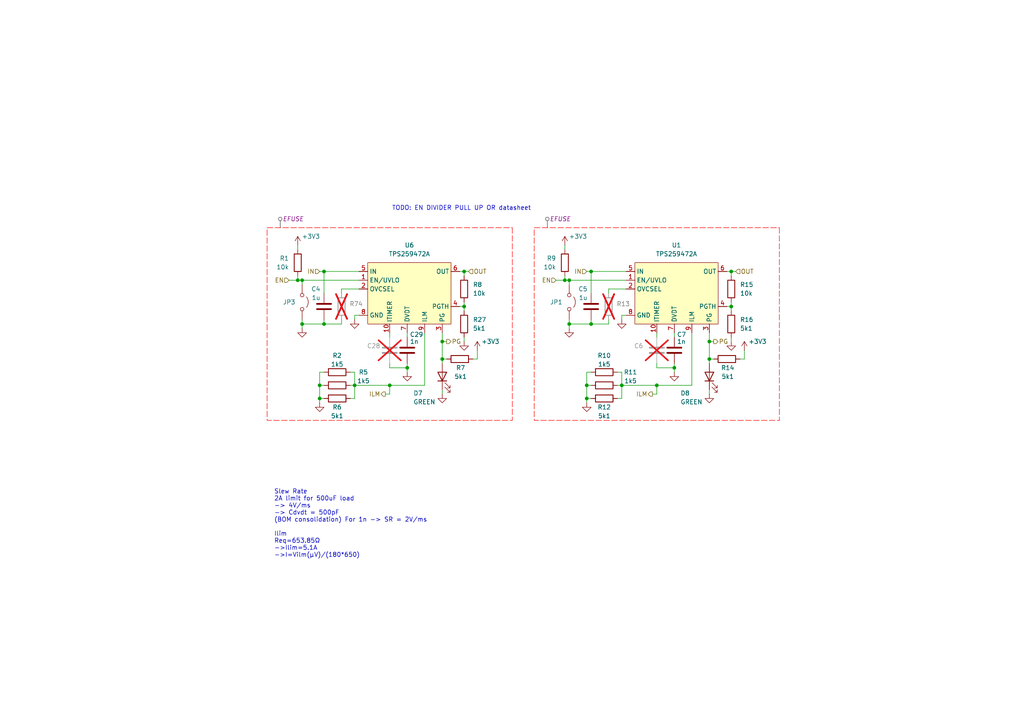
<source format=kicad_sch>
(kicad_sch (version 20250114) (generator "eeschema") (generator_version "9.0")
  (paper "A4")
  (lib_symbols
    (symbol "Device:C" (pin_numbers (hide yes)) (pin_names (offset 0.254))
      (property "Reference" "C" (at 0.635 2.54 0))
      (property "Value" "C" (at 0.635 -2.54 0))
      (symbol "C_0_1"
        (polyline (pts (xy -2.032 0.762) (xy 2.032 0.762)) (stroke (width 0.508)))
        (polyline (pts (xy -2.032 -0.762) (xy 2.032 -0.762)) (stroke (width 0.508)))
      )
      (symbol "C_1_1"
        (pin passive line (at 0 3.81 270) (length 2.794) (name "~") (number "1"))
        (pin passive line (at 0 -3.81 90) (length 2.794) (name "~") (number "2"))
      )
    )
    (symbol "Device:LED" (pin_numbers (hide yes)) (pin_names (offset 1.016) (hide yes))
      (property "Reference" "D" (at 0 2.54 0))
      (property "Value" "LED" (at 0 -2.54 0))
      (symbol "LED_0_1"
        (polyline (pts (xy -3.048 -0.762) (xy -4.572 -2.286) (xy -3.81 -2.286) (xy -4.572 -2.286) (xy -4.572 -1.524)))
        (polyline (pts (xy -1.778 -0.762) (xy -3.302 -2.286) (xy -2.54 -2.286) (xy -3.302 -2.286) (xy -3.302 -1.524)))
        (polyline (pts (xy -1.27 0) (xy 1.27 0)))
        (polyline (pts (xy -1.27 -1.27) (xy -1.27 1.27)) (stroke (width 0.254)))
        (polyline (pts (xy 1.27 -1.27) (xy 1.27 1.27) (xy -1.27 0) (xy 1.27 -1.27)) (stroke (width 0.254)))
      )
      (symbol "LED_1_1"
        (pin passive line (at -3.81 0 0) (length 2.54) (name "K") (number "1"))
        (pin passive line (at 3.81 0 180) (length 2.54) (name "A") (number "2"))
      )
    )
    (symbol "Device:R" (pin_numbers (hide yes)) (pin_names (offset 0))
      (property "Reference" "R" (at 2.032 0 90))
      (property "Value" "R" (at 0 0 90))
      (symbol "R_0_1"
        (rectangle (start -1.016 -2.54) (end 1.016 2.54) (stroke (width 0.254)))
      )
      (symbol "R_1_1"
        (pin passive line (at 0 3.81 270) (length 1.27) (name "~") (number "1"))
        (pin passive line (at 0 -3.81 90) (length 1.27) (name "~") (number "2"))
      )
    )
    (symbol "GLCS:TPS259472x"
      (property "Reference" "U" (at -0.508 12.192 0))
      (property "Value" "TPS259472x" (at 0 9.144 0))
      (symbol "TPS259472x_0_0"
        (pin power_in line (at -15.24 5.08 0) (length 2.54) (name "IN") (number "5"))
        (pin input line (at -15.24 2.54 0) (length 2.54) (name "EN/UVLO") (number "1"))
        (pin input line (at -15.24 0 0) (length 2.54) (name "OVCSEL") (number "2"))
        (pin power_in line (at -15.24 -7.62 0) (length 2.54) (name "GND") (number "8"))
        (pin output line (at -6.35 -12.7 90) (length 2.54) (name "ITIMER") (number "10"))
        (pin output line (at -1.27 -12.7 90) (length 2.54) (name "DVDT") (number "7"))
        (pin output line (at 3.81 -12.7 90) (length 2.54) (name "ILM") (number "9"))
        (pin power_out line (at 13.97 5.08 180) (length 2.54) (name "OUT") (number "6"))
        (pin input line (at 13.97 -5.08 180) (length 2.54) (name "PGTH") (number "4"))
      )
      (symbol "TPS259472x_1_0"
        (pin output line (at 8.89 -12.7 90) (length 2.54) (name "PG") (number "3"))
      )
      (symbol "TPS259472x_1_1"
        (rectangle (start -12.7 7.62) (end 11.43 -10.16) (fill (type background)))
      )
    )
    (symbol "Jumper:Jumper_2_Open" (pin_numbers (hide yes)) (pin_names (offset 0) (hide yes))
      (property "Reference" "JP" (at 0 2.794 0))
      (property "Value" "Jumper_2_Open" (at 0 -2.286 0))
      (symbol "Jumper_2_Open_0_0"
        (circle (center -2.032 0) (radius 0.508))
        (circle (center 2.032 0) (radius 0.508))
      )
      (symbol "Jumper_2_Open_0_1"
        (arc (start -1.524 1.27) (mid 0 1.778) (end 1.524 1.27))
      )
      (symbol "Jumper_2_Open_1_1"
        (pin passive line (at -5.08 0 0) (length 2.54) (name "A") (number "1"))
        (pin passive line (at 5.08 0 180) (length 2.54) (name "B") (number "2"))
      )
    )
    (symbol "power:+3V3" (power) (pin_numbers (hide yes)) (pin_names (offset 0) (hide yes))
      (property "Value" "+3V3" (at 0 3.556 0))
      (symbol "+3V3_0_1"
        (polyline (pts (xy -0.762 1.27) (xy 0 2.54)))
        (polyline (pts (xy 0 2.54) (xy 0.762 1.27)))
        (polyline (pts (xy 0 0) (xy 0 2.54)))
      )
      (symbol "+3V3_1_1"
        (pin power_in line (at 0 0 90) (length 0) (name "~") (number "1"))
      )
    )
    (symbol "power:GND" (power) (pin_numbers (hide yes)) (pin_names (offset 0) (hide yes))
      (property "Value" "GND" (at 0 -3.81 0))
      (symbol "GND_0_1"
        (polyline (pts (xy 0 0) (xy 0 -1.27) (xy 1.27 -1.27) (xy 0 -2.54) (xy -1.27 -1.27) (xy 0 -1.27)))
      )
      (symbol "GND_1_1"
        (pin power_in line (at 0 0 270) (length 0) (name "~") (number "1"))
      )
    )
  )
  (text "TODO: EN DIVIDER PULL UP OR datasheet" (at 133.858 60.452 0) (effects (font (size 1.27 1.27))))
  (text "Slew Rate\n2A limit for 500uF load\n-> 4V/ms\n-> Cdvdt = 500pF\n(BOM consolidation) For 1n -> SR = 2V/ms\n\nIlim\nReq=653.85Ω\n->Ilim=5.1A\n->I=Vilm(µV)/(180*650)" (at 79.502 151.892 0) (effects (font (size 1.27 1.27)) (justify left)))
  (junction (at 205.74 99.06))
  (junction (at 170.18 111.76))
  (junction (at 128.27 104.14))
  (junction (at 180.34 111.76))
  (junction (at 92.71 111.76))
  (junction (at 205.74 104.14))
  (junction (at 171.45 78.74))
  (junction (at 163.83 81.28))
  (junction (at 102.87 111.76))
  (junction (at 87.63 81.28))
  (junction (at 170.18 115.57))
  (junction (at 118.11 106.68))
  (junction (at 195.58 106.68))
  (junction (at 165.1 81.28))
  (junction (at 134.62 88.9))
  (junction (at 87.63 93.98))
  (junction (at 165.1 93.98))
  (junction (at 134.62 78.74))
  (junction (at 93.98 78.74))
  (junction (at 212.09 78.74))
  (junction (at 128.27 99.06))
  (junction (at 190.5 111.76))
  (junction (at 113.03 111.76))
  (junction (at 86.36 81.28))
  (junction (at 171.45 93.98))
  (junction (at 92.71 115.57))
  (junction (at 93.98 93.98))
  (junction (at 212.09 88.9))
  (wire (pts (xy 102.87 111.76) (xy 113.03 111.76)))
  (wire (pts (xy 213.36 78.74) (xy 212.09 78.74)))
  (wire (pts (xy 137.16 104.14) (xy 138.43 104.14)))
  (wire (pts (xy 165.1 81.28) (xy 165.1 82.55)))
  (wire (pts (xy 128.27 104.14) (xy 129.54 104.14)))
  (wire (pts (xy 212.09 90.17) (xy 212.09 88.9)))
  (wire (pts (xy 87.63 92.71) (xy 87.63 93.98)))
  (wire (pts (xy 101.6 115.57) (xy 102.87 115.57)))
  (wire (pts (xy 134.62 78.74) (xy 133.35 78.74)))
  (wire (pts (xy 176.53 92.71) (xy 176.53 93.98)))
  (wire (pts (xy 87.63 93.98) (xy 87.63 95.25)))
  (wire (pts (xy 92.71 107.95) (xy 92.71 111.76)))
  (wire (pts (xy 128.27 96.52) (xy 128.27 99.06)))
  (wire (pts (xy 101.6 111.76) (xy 102.87 111.76)))
  (wire (pts (xy 179.07 111.76) (xy 180.34 111.76)))
  (wire (pts (xy 134.62 90.17) (xy 134.62 88.9)))
  (wire (pts (xy 92.71 115.57) (xy 92.71 116.84)))
  (wire (pts (xy 86.36 81.28) (xy 87.63 81.28)))
  (wire (pts (xy 195.58 96.52) (xy 195.58 97.79)))
  (wire (pts (xy 113.03 106.68) (xy 113.03 105.41)))
  (wire (pts (xy 165.1 93.98) (xy 171.45 93.98)))
  (wire (pts (xy 87.63 81.28) (xy 104.14 81.28)))
  (wire (pts (xy 179.07 115.57) (xy 180.34 115.57)))
  (wire (pts (xy 113.03 106.68) (xy 118.11 106.68)))
  (wire (pts (xy 123.19 96.52) (xy 123.19 111.76)))
  (wire (pts (xy 205.74 96.52) (xy 205.74 99.06)))
  (wire (pts (xy 171.45 78.74) (xy 171.45 85.09)))
  (wire (pts (xy 93.98 93.98) (xy 93.98 92.71)))
  (wire (pts (xy 92.71 111.76) (xy 93.98 111.76)))
  (wire (pts (xy 190.5 114.3) (xy 189.23 114.3)))
  (wire (pts (xy 171.45 93.98) (xy 171.45 92.71)))
  (wire (pts (xy 176.53 93.98) (xy 171.45 93.98)))
  (wire (pts (xy 171.45 115.57) (xy 170.18 115.57)))
  (wire (pts (xy 176.53 83.82) (xy 176.53 85.09)))
  (wire (pts (xy 171.45 78.74) (xy 181.61 78.74)))
  (wire (pts (xy 190.5 111.76) (xy 200.66 111.76)))
  (wire (pts (xy 102.87 111.76) (xy 102.87 107.95)))
  (wire (pts (xy 135.89 78.74) (xy 134.62 78.74)))
  (wire (pts (xy 113.03 114.3) (xy 111.76 114.3)))
  (wire (pts (xy 205.74 113.03) (xy 205.74 114.3)))
  (wire (pts (xy 205.74 104.14) (xy 207.01 104.14)))
  (wire (pts (xy 133.35 88.9) (xy 134.62 88.9)))
  (wire (pts (xy 210.82 88.9) (xy 212.09 88.9)))
  (wire (pts (xy 138.43 101.6) (xy 138.43 104.14)))
  (wire (pts (xy 99.06 92.71) (xy 99.06 93.98)))
  (wire (pts (xy 212.09 97.79) (xy 212.09 99.06)))
  (wire (pts (xy 102.87 107.95) (xy 101.6 107.95)))
  (wire (pts (xy 161.29 81.28) (xy 163.83 81.28)))
  (wire (pts (xy 102.87 92.71) (xy 102.87 91.44)))
  (wire (pts (xy 190.5 106.68) (xy 195.58 106.68)))
  (wire (pts (xy 92.71 115.57) (xy 92.71 111.76)))
  (wire (pts (xy 86.36 71.12) (xy 86.36 72.39)))
  (wire (pts (xy 171.45 107.95) (xy 170.18 107.95)))
  (wire (pts (xy 181.61 83.82) (xy 176.53 83.82)))
  (wire (pts (xy 180.34 107.95) (xy 179.07 107.95)))
  (wire (pts (xy 87.63 93.98) (xy 93.98 93.98)))
  (wire (pts (xy 200.66 96.52) (xy 200.66 111.76)))
  (wire (pts (xy 205.74 104.14) (xy 205.74 105.41)))
  (wire (pts (xy 215.9 101.6) (xy 215.9 104.14)))
  (wire (pts (xy 134.62 88.9) (xy 134.62 87.63)))
  (wire (pts (xy 170.18 115.57) (xy 170.18 111.76)))
  (wire (pts (xy 113.03 96.52) (xy 113.03 97.79)))
  (wire (pts (xy 93.98 115.57) (xy 92.71 115.57)))
  (wire (pts (xy 180.34 91.44) (xy 181.61 91.44)))
  (wire (pts (xy 165.1 92.71) (xy 165.1 93.98)))
  (wire (pts (xy 118.11 106.68) (xy 118.11 105.41)))
  (wire (pts (xy 163.83 80.01) (xy 163.83 81.28)))
  (wire (pts (xy 93.98 78.74) (xy 93.98 85.09)))
  (wire (pts (xy 128.27 104.14) (xy 128.27 105.41)))
  (wire (pts (xy 113.03 111.76) (xy 113.03 114.3)))
  (wire (pts (xy 134.62 97.79) (xy 134.62 99.06)))
  (wire (pts (xy 163.83 81.28) (xy 165.1 81.28)))
  (wire (pts (xy 190.5 106.68) (xy 190.5 105.41)))
  (wire (pts (xy 207.01 99.06) (xy 205.74 99.06)))
  (wire (pts (xy 83.82 81.28) (xy 86.36 81.28)))
  (wire (pts (xy 170.18 115.57) (xy 170.18 116.84)))
  (wire (pts (xy 128.27 113.03) (xy 128.27 114.3)))
  (wire (pts (xy 104.14 83.82) (xy 99.06 83.82)))
  (wire (pts (xy 190.5 111.76) (xy 190.5 114.3)))
  (wire (pts (xy 212.09 88.9) (xy 212.09 87.63)))
  (wire (pts (xy 134.62 78.74) (xy 134.62 80.01)))
  (wire (pts (xy 170.18 111.76) (xy 171.45 111.76)))
  (wire (pts (xy 190.5 96.52) (xy 190.5 97.79)))
  (wire (pts (xy 205.74 99.06) (xy 205.74 104.14)))
  (wire (pts (xy 214.63 104.14) (xy 215.9 104.14)))
  (wire (pts (xy 163.83 71.12) (xy 163.83 72.39)))
  (wire (pts (xy 180.34 111.76) (xy 180.34 107.95)))
  (wire (pts (xy 93.98 107.95) (xy 92.71 107.95)))
  (wire (pts (xy 102.87 91.44) (xy 104.14 91.44)))
  (wire (pts (xy 180.34 92.71) (xy 180.34 91.44)))
  (wire (pts (xy 180.34 111.76) (xy 190.5 111.76)))
  (wire (pts (xy 99.06 93.98) (xy 93.98 93.98)))
  (wire (pts (xy 180.34 115.57) (xy 180.34 111.76)))
  (wire (pts (xy 99.06 83.82) (xy 99.06 85.09)))
  (wire (pts (xy 128.27 99.06) (xy 128.27 104.14)))
  (wire (pts (xy 170.18 78.74) (xy 171.45 78.74)))
  (wire (pts (xy 129.54 99.06) (xy 128.27 99.06)))
  (wire (pts (xy 165.1 81.28) (xy 181.61 81.28)))
  (wire (pts (xy 92.71 78.74) (xy 93.98 78.74)))
  (wire (pts (xy 118.11 96.52) (xy 118.11 97.79)))
  (wire (pts (xy 113.03 111.76) (xy 123.19 111.76)))
  (wire (pts (xy 195.58 106.68) (xy 195.58 105.41)))
  (wire (pts (xy 170.18 107.95) (xy 170.18 111.76)))
  (wire (pts (xy 118.11 106.68) (xy 118.11 107.95)))
  (wire (pts (xy 195.58 106.68) (xy 195.58 107.95)))
  (wire (pts (xy 212.09 78.74) (xy 210.82 78.74)))
  (wire (pts (xy 102.87 115.57) (xy 102.87 111.76)))
  (wire (pts (xy 93.98 78.74) (xy 104.14 78.74)))
  (wire (pts (xy 165.1 93.98) (xy 165.1 95.25)))
  (wire (pts (xy 87.63 81.28) (xy 87.63 82.55)))
  (wire (pts (xy 212.09 78.74) (xy 212.09 80.01)))
  (wire (pts (xy 86.36 80.01) (xy 86.36 81.28)))
  (hierarchical_label "OUT" (shape input) (at 213.36 78.74 0))
  (hierarchical_label "IN" (shape input) (at 92.71 78.74 180))
  (hierarchical_label "PG" (shape output) (at 207.01 99.06 0))
  (hierarchical_label "OUT" (shape input) (at 135.89 78.74 0))
  (hierarchical_label "ILM" (shape output) (at 111.76 114.3 180))
  (hierarchical_label "PG" (shape output) (at 129.54 99.06 0))
  (hierarchical_label "EN" (shape input) (at 83.82 81.28 180))
  (hierarchical_label "ILM" (shape output) (at 189.23 114.3 180))
  (hierarchical_label "IN" (shape input) (at 170.18 78.74 180))
  (hierarchical_label "EN" (shape input) (at 161.29 81.28 180))
  (rule_area (polyline (pts (xy 148.59 66.04) (xy 148.59 121.92) (xy 77.47 121.92) (xy 77.47 66.04)) (stroke (width 0) (type dash))))
  (rule_area (polyline (pts (xy 226.06 66.04) (xy 226.06 121.92) (xy 154.94 121.92) (xy 154.94 66.04)) (stroke (width 0) (type dash))))
  (netclass_flag "" (length 2.54) (shape round) (at 81.28 66.04 0) (property "Component Class" "EFUSE" (at 81.9785 63.5 0) (effects (font (italic yes)) (justify left))))
  (netclass_flag "" (length 2.54) (shape round) (at 158.75 66.04 0) (property "Component Class" "EFUSE" (at 159.4485 63.5 0) (effects (font (italic yes)) (justify left))))
  (symbol (lib_id "Device:C") (at 171.45 88.9 0) (mirror x) (unit 1)
    (property "Reference" "C5" (at 170.434 83.82 0) (effects (justify right)))
    (property "Value" "1u" (at 170.434 86.36 0) (effects (justify right)))
    (property "Footprint" "Capacitor_SMD:C_0402_1005Metric" (effects (hide yes)))
    (property "Description" "Unpolarized capacitor" (effects (hide yes)))
    (property "Manufacturer" "Samsung Electro-Mechanics " (effects (hide yes)))
    (property "Manufacturer Part Number" "CL05A105KA5NQNC" (effects (hide yes)))
    (property "Basic" "Y" (effects (hide yes)))
    (property "JLCPCB Part #" "C52923" (effects (hide yes)))
  )
  (symbol (lib_id "power:GND") (at 134.62 99.06 0) (unit 1)
    (property "Reference" "#PWR012" (effects (hide yes)))
    (property "Value" "GND" (effects (hide yes)))
    (property "Description" "Power symbol creates a global label with name \"GND\" , ground" (effects (hide yes)))
  )
  (symbol (lib_id "Device:R") (at 133.35 104.14 270) (mirror x) (unit 1)
    (property "Reference" "R7" (at 133.604 106.68 90))
    (property "Value" "5k1" (at 133.604 109.22 90))
    (property "Footprint" "Resistor_SMD:R_0402_1005Metric" (effects (hide yes)))
    (property "Description" "Resistor" (effects (hide yes)))
    (property "Manufacturer" "Uniroyal Elec" (effects (hide yes)))
    (property "Manufacturer Part Number" "0402WGF5101TCE" (effects (hide yes)))
    (property "Basic" "Y" (effects (hide yes)))
    (property "JLCPCB Part #" "C25905" (effects (hide yes)))
  )
  (symbol (lib_id "Device:R") (at 175.26 115.57 270) (mirror x) (unit 1)
    (property "Reference" "R12" (at 175.26 118.11 90))
    (property "Value" "5k1" (at 175.26 120.65 90))
    (property "Footprint" "Resistor_SMD:R_0402_1005Metric" (effects (hide yes)))
    (property "Description" "Resistor" (effects (hide yes)))
    (property "Manufacturer" "Uniroyal Elec" (effects (hide yes)))
    (property "Manufacturer Part Number" "0402WGF5101TCE" (effects (hide yes)))
    (property "Basic" "Y" (effects (hide yes)))
    (property "JLCPCB Part #" "C25905" (effects (hide yes)))
  )
  (symbol (lib_id "Device:LED") (at 205.74 109.22 90) (unit 1)
    (property "Reference" "D8" (at 197.358 114.046 90) (effects (justify right)))
    (property "Value" "GREEN" (at 197.358 116.586 90) (effects (justify right)))
    (property "Footprint" "LED_SMD:LED_0805_2012Metric" (effects (hide yes)))
    (property "Description" "Light emitting diode" (effects (hide yes)))
    (property "Sim.Pins" "1=K 2=A" (effects (hide yes)))
    (property "Manufacturer" "Hubei KENTO Elec " (effects (hide yes)))
    (property "Manufacturer Part Number" "KT-0805G" (effects (hide yes)))
    (property "Basic" "Y" (effects (hide yes)))
    (property "JLCPCB Part #" "C2297" (effects (hide yes)))
  )
  (symbol (lib_id "power:+3V3") (at 163.83 71.12 0) (unit 1)
    (property "Reference" "#PWR014" (effects (hide yes)))
    (property "Value" "+3V3" (at 167.64 68.58 0))
    (property "Description" "Power symbol creates a global label with name \"+3V3\"" (effects (hide yes)))
  )
  (symbol (lib_id "GLCS:TPS259472x") (at 119.38 83.82 0) (unit 1)
    (property "Reference" "U6" (at 118.745 71.12 0))
    (property "Value" "TPS259472A" (at 118.745 73.66 0))
    (property "Footprint" "GLCS:Texas_RPW0010A_VQFN-HR-10_2x2mm_P0.5mm" (effects (hide yes)))
    (property "Datasheet" "https://www.ti.com/lit/ds/symlink/tps25947.pdf" (effects (hide yes)))
    (property "Description" "2.7-V to 23-V, 28-mΩ, 5.5-A eFuse with integrated reverse polarity protection" (effects (hide yes)))
    (property "Basic" "X" (effects (hide yes)))
    (property "JLCPCB Part #" "C3662789" (effects (hide yes)))
    (property "Manufacturer" "Texas Instruments" (effects (hide yes)))
    (property "Manufacturer Part Number" "TPS259472ARPWR" (effects (hide yes)))
  )
  (symbol (lib_id "Device:R") (at 97.79 107.95 270) (mirror x) (unit 1)
    (property "Reference" "R2" (at 97.79 103.124 90))
    (property "Value" "1k5" (at 97.79 105.664 90))
    (property "Footprint" "Resistor_SMD:R_0402_1005Metric" (effects (hide yes)))
    (property "Description" "Resistor" (effects (hide yes)))
    (property "Manufacturer" "Uniroyal Elec" (effects (hide yes)))
    (property "Manufacturer Part Number" "0402WGF1501TCE" (effects (hide yes)))
    (property "Basic" "Y" (effects (hide yes)))
    (property "JLCPCB Part #" "C25867" (effects (hide yes)))
  )
  (symbol (lib_id "power:GND") (at 102.87 92.71 0) (unit 1)
    (property "Reference" "#PWR07" (effects (hide yes)))
    (property "Value" "GND" (effects (hide yes)))
    (property "Description" "Power symbol creates a global label with name \"GND\" , ground" (effects (hide yes)))
  )
  (symbol (lib_id "power:GND") (at 212.09 99.06 0) (unit 1)
    (property "Reference" "#PWR024" (effects (hide yes)))
    (property "Value" "GND" (effects (hide yes)))
    (property "Description" "Power symbol creates a global label with name \"GND\" , ground" (effects (hide yes)))
  )
  (symbol (lib_id "Device:C") (at 195.58 101.6 0) (unit 1)
    (property "Reference" "C7" (at 196.342 97.028 0) (effects (justify left)))
    (property "Value" "1n" (at 196.342 99.06 0) (effects (justify left)))
    (property "Footprint" "Capacitor_SMD:C_0402_1005Metric" (effects (hide yes)))
    (property "Description" "Unpolarized capacitor" (effects (hide yes)))
    (property "Basic" "Y" (effects (hide yes)))
    (property "JLCPCB Part #" "C1523" (effects (hide yes)))
    (property "Manufacturer" "FH (Guangdong Fenghua Advanced Tech)" (effects (hide yes)))
    (property "Manufacturer Part Number" "0402B102K500NT" (effects (hide yes)))
  )
  (symbol (lib_id "Device:R") (at 175.26 111.76 270) (mirror x) (unit 1)
    (property "Reference" "R11" (at 182.88 107.95 90))
    (property "Value" "1k5" (at 182.88 110.49 90))
    (property "Footprint" "Resistor_SMD:R_0402_1005Metric" (effects (hide yes)))
    (property "Description" "Resistor" (effects (hide yes)))
    (property "Manufacturer" "Uniroyal Elec" (effects (hide yes)))
    (property "Manufacturer Part Number" "0402WGF1501TCE" (effects (hide yes)))
    (property "Basic" "Y" (effects (hide yes)))
    (property "JLCPCB Part #" "C25867" (effects (hide yes)))
  )
  (symbol (lib_id "Device:R") (at 210.82 104.14 270) (mirror x) (unit 1)
    (property "Reference" "R14" (at 211.074 106.68 90))
    (property "Value" "5k1" (at 211.074 109.22 90))
    (property "Footprint" "Resistor_SMD:R_0402_1005Metric" (effects (hide yes)))
    (property "Description" "Resistor" (effects (hide yes)))
    (property "Manufacturer" "Uniroyal Elec" (effects (hide yes)))
    (property "Manufacturer Part Number" "0402WGF5101TCE" (effects (hide yes)))
    (property "Basic" "Y" (effects (hide yes)))
    (property "JLCPCB Part #" "C25905" (effects (hide yes)))
  )
  (symbol (lib_id "Device:R") (at 175.26 107.95 270) (mirror x) (unit 1)
    (property "Reference" "R10" (at 175.26 103.124 90))
    (property "Value" "1k5" (at 175.26 105.664 90))
    (property "Footprint" "Resistor_SMD:R_0402_1005Metric" (effects (hide yes)))
    (property "Description" "Resistor" (effects (hide yes)))
    (property "Manufacturer" "Uniroyal Elec" (effects (hide yes)))
    (property "Manufacturer Part Number" "0402WGF1501TCE" (effects (hide yes)))
    (property "Basic" "Y" (effects (hide yes)))
    (property "JLCPCB Part #" "C25867" (effects (hide yes)))
  )
  (symbol (lib_id "power:+3V3") (at 86.36 71.12 0) (unit 1)
    (property "Reference" "#PWR01" (effects (hide yes)))
    (property "Value" "+3V3" (at 90.17 68.58 0))
    (property "Description" "Power symbol creates a global label with name \"+3V3\"" (effects (hide yes)))
  )
  (symbol (lib_id "power:GND") (at 118.11 107.95 0) (unit 1)
    (property "Reference" "#PWR011" (effects (hide yes)))
    (property "Value" "GND" (effects (hide yes)))
    (property "Description" "Power symbol creates a global label with name \"GND\" , ground" (effects (hide yes)))
  )
  (symbol (lib_id "Device:R") (at 212.09 93.98 0) (mirror x) (unit 1)
    (property "Reference" "R16" (at 214.63 92.7099 0) (effects (justify left)))
    (property "Value" "5k1" (at 214.63 95.2499 0) (effects (justify left)))
    (property "Footprint" "Resistor_SMD:R_0402_1005Metric" (effects (hide yes)))
    (property "Description" "Resistor" (effects (hide yes)))
    (property "Manufacturer" "Uniroyal Elec" (effects (hide yes)))
    (property "Manufacturer Part Number" "0402WGF5101TCE" (effects (hide yes)))
    (property "Basic" "Y" (effects (hide yes)))
    (property "JLCPCB Part #" "C25905" (effects (hide yes)))
  )
  (symbol (lib_id "power:GND") (at 180.34 92.71 0) (unit 1)
    (property "Reference" "#PWR020" (effects (hide yes)))
    (property "Value" "GND" (effects (hide yes)))
    (property "Description" "Power symbol creates a global label with name \"GND\" , ground" (effects (hide yes)))
  )
  (symbol (lib_id "Device:R") (at 99.06 88.9 0) (unit 1) (dnp yes)
    (property "Reference" "R74" (at 101.346 88.138 0) (effects (justify left)))
    (property "Value" "R" (effects (hide yes)))
    (property "Footprint" "Resistor_SMD:R_0402_1005Metric" (effects (hide yes)))
    (property "Description" "Resistor" (effects (hide yes)))
  )
  (symbol (lib_id "Device:C") (at 118.11 101.6 0) (unit 1)
    (property "Reference" "C29" (at 118.872 97.028 0) (effects (justify left)))
    (property "Value" "1n" (at 118.872 99.06 0) (effects (justify left)))
    (property "Footprint" "Capacitor_SMD:C_0402_1005Metric" (effects (hide yes)))
    (property "Description" "Unpolarized capacitor" (effects (hide yes)))
    (property "Basic" "Y" (effects (hide yes)))
    (property "JLCPCB Part #" "C1523" (effects (hide yes)))
    (property "Manufacturer" "FH (Guangdong Fenghua Advanced Tech)" (effects (hide yes)))
    (property "Manufacturer Part Number" "0402B102K500NT" (effects (hide yes)))
  )
  (symbol (lib_id "Device:LED") (at 128.27 109.22 90) (unit 1)
    (property "Reference" "D7" (at 119.888 114.046 90) (effects (justify right)))
    (property "Value" "GREEN" (at 119.888 116.586 90) (effects (justify right)))
    (property "Footprint" "LED_SMD:LED_0805_2012Metric" (effects (hide yes)))
    (property "Description" "Light emitting diode" (effects (hide yes)))
    (property "Sim.Pins" "1=K 2=A" (effects (hide yes)))
    (property "Manufacturer" "Hubei KENTO Elec " (effects (hide yes)))
    (property "Manufacturer Part Number" "KT-0805G" (effects (hide yes)))
    (property "Basic" "Y" (effects (hide yes)))
    (property "JLCPCB Part #" "C2297" (effects (hide yes)))
  )
  (symbol (lib_id "Device:R") (at 176.53 88.9 0) (unit 1) (dnp yes)
    (property "Reference" "R13" (at 178.816 88.138 0) (effects (justify left)))
    (property "Value" "R" (effects (hide yes)))
    (property "Footprint" "Resistor_SMD:R_0402_1005Metric" (effects (hide yes)))
    (property "Description" "Resistor" (effects (hide yes)))
  )
  (symbol (lib_id "GLCS:TPS259472x") (at 196.85 83.82 0) (unit 1)
    (property "Reference" "U1" (at 196.215 71.12 0))
    (property "Value" "TPS259472A" (at 196.215 73.66 0))
    (property "Footprint" "GLCS:Texas_RPW0010A_VQFN-HR-10_2x2mm_P0.5mm" (effects (hide yes)))
    (property "Datasheet" "https://www.ti.com/lit/ds/symlink/tps25947.pdf" (effects (hide yes)))
    (property "Description" "2.7-V to 23-V, 28-mΩ, 5.5-A eFuse with integrated reverse polarity protection" (effects (hide yes)))
    (property "Basic" "X" (effects (hide yes)))
    (property "JLCPCB Part #" "C3662789" (effects (hide yes)))
    (property "Manufacturer" "Texas Instruments" (effects (hide yes)))
    (property "Manufacturer Part Number" "TPS259472ARPWR" (effects (hide yes)))
  )
  (symbol (lib_id "Device:R") (at 212.09 83.82 0) (mirror x) (unit 1)
    (property "Reference" "R15" (at 214.63 82.5499 0) (effects (justify left)))
    (property "Value" "10k" (at 214.63 85.0899 0) (effects (justify left)))
    (property "Footprint" "Resistor_SMD:R_0402_1005Metric" (effects (hide yes)))
    (property "Description" "Resistor" (effects (hide yes)))
    (property "Manufacturer" "Uniroyal Elec" (effects (hide yes)))
    (property "Manufacturer Part Number" "0402WGF1002TCE" (effects (hide yes)))
    (property "Basic" "Y" (effects (hide yes)))
    (property "JLCPCB Part #" "C25744" (effects (hide yes)))
  )
  (symbol (lib_id "Device:C") (at 113.03 101.6 0) (unit 1) (dnp yes)
    (property "Reference" "C28" (at 106.426 100.33 0) (effects (justify left)))
    (property "Value" "C" (effects (hide yes)))
    (property "Footprint" "Capacitor_SMD:C_0402_1005Metric" (effects (hide yes)))
    (property "Description" "Unpolarized capacitor" (effects (hide yes)))
  )
  (symbol (lib_id "Device:C") (at 190.5 101.6 0) (unit 1) (dnp yes)
    (property "Reference" "C6" (at 183.896 100.33 0) (effects (justify left)))
    (property "Value" "C" (effects (hide yes)))
    (property "Footprint" "Capacitor_SMD:C_0402_1005Metric" (effects (hide yes)))
    (property "Description" "Unpolarized capacitor" (effects (hide yes)))
  )
  (symbol (lib_id "power:GND") (at 92.71 116.84 0) (unit 1)
    (property "Reference" "#PWR06" (effects (hide yes)))
    (property "Value" "GND" (effects (hide yes)))
    (property "Description" "Power symbol creates a global label with name \"GND\" , ground" (effects (hide yes)))
  )
  (symbol (lib_id "power:GND") (at 128.27 114.3 0) (unit 1)
    (property "Reference" "#PWR077" (effects (hide yes)))
    (property "Value" "GND" (effects (hide yes)))
    (property "Description" "Power symbol creates a global label with name \"GND\" , ground" (effects (hide yes)))
  )
  (symbol (lib_id "power:GND") (at 87.63 95.25 0) (unit 1)
    (property "Reference" "#PWR04" (effects (hide yes)))
    (property "Value" "GND" (effects (hide yes)))
    (property "Description" "Power symbol creates a global label with name \"GND\" , ground" (effects (hide yes)))
  )
  (symbol (lib_id "power:GND") (at 205.74 114.3 0) (unit 1)
    (property "Reference" "#PWR023" (effects (hide yes)))
    (property "Value" "GND" (effects (hide yes)))
    (property "Description" "Power symbol creates a global label with name \"GND\" , ground" (effects (hide yes)))
  )
  (symbol (lib_id "power:GND") (at 195.58 107.95 0) (unit 1)
    (property "Reference" "#PWR022" (effects (hide yes)))
    (property "Value" "GND" (effects (hide yes)))
    (property "Description" "Power symbol creates a global label with name \"GND\" , ground" (effects (hide yes)))
  )
  (symbol (lib_id "Jumper:Jumper_2_Open") (at 165.1 87.63 270) (unit 1)
    (property "Reference" "JP1" (at 159.512 87.63 90) (effects (justify left)))
    (property "Value" "Jumper_2_Small_Open" (effects (hide yes)))
    (property "Footprint" "Connector_PinHeader_2.54mm:PinHeader_2x01_P2.54mm_Vertical" (effects (hide yes)))
    (property "Description" "Jumper, 2-pole, open" (effects (hide yes)))
  )
  (symbol (lib_id "Jumper:Jumper_2_Open") (at 87.63 87.63 270) (unit 1)
    (property "Reference" "JP3" (at 82.042 87.63 90) (effects (justify left)))
    (property "Value" "Jumper_2_Small_Open" (effects (hide yes)))
    (property "Footprint" "Connector_PinHeader_2.54mm:PinHeader_2x01_P2.54mm_Vertical" (effects (hide yes)))
    (property "Description" "Jumper, 2-pole, open" (effects (hide yes)))
  )
  (symbol (lib_id "Device:R") (at 97.79 111.76 270) (mirror x) (unit 1)
    (property "Reference" "R5" (at 105.41 107.95 90))
    (property "Value" "1k5" (at 105.41 110.49 90))
    (property "Footprint" "Resistor_SMD:R_0402_1005Metric" (effects (hide yes)))
    (property "Description" "Resistor" (effects (hide yes)))
    (property "Manufacturer" "Uniroyal Elec" (effects (hide yes)))
    (property "Manufacturer Part Number" "0402WGF1501TCE" (effects (hide yes)))
    (property "Basic" "Y" (effects (hide yes)))
    (property "JLCPCB Part #" "C25867" (effects (hide yes)))
  )
  (symbol (lib_id "Device:C") (at 93.98 88.9 0) (mirror x) (unit 1)
    (property "Reference" "C4" (at 92.964 83.82 0) (effects (justify right)))
    (property "Value" "1u" (at 92.964 86.36 0) (effects (justify right)))
    (property "Footprint" "Capacitor_SMD:C_0402_1005Metric" (effects (hide yes)))
    (property "Description" "Unpolarized capacitor" (effects (hide yes)))
    (property "Manufacturer" "Samsung Electro-Mechanics " (effects (hide yes)))
    (property "Manufacturer Part Number" "CL05A105KA5NQNC" (effects (hide yes)))
    (property "Basic" "Y" (effects (hide yes)))
    (property "JLCPCB Part #" "C52923" (effects (hide yes)))
  )
  (symbol (lib_id "power:GND") (at 165.1 95.25 0) (unit 1)
    (property "Reference" "#PWR018" (effects (hide yes)))
    (property "Value" "GND" (effects (hide yes)))
    (property "Description" "Power symbol creates a global label with name \"GND\" , ground" (effects (hide yes)))
  )
  (symbol (lib_id "power:+3V3") (at 138.43 101.6 0) (unit 1)
    (property "Reference" "#PWR013" (effects (hide yes)))
    (property "Value" "+3V3" (at 142.24 99.06 0))
    (property "Description" "Power symbol creates a global label with name \"+3V3\"" (effects (hide yes)))
  )
  (symbol (lib_id "Device:R") (at 134.62 83.82 0) (mirror x) (unit 1)
    (property "Reference" "R8" (at 137.16 82.5499 0) (effects (justify left)))
    (property "Value" "10k" (at 137.16 85.0899 0) (effects (justify left)))
    (property "Footprint" "Resistor_SMD:R_0402_1005Metric" (effects (hide yes)))
    (property "Description" "Resistor" (effects (hide yes)))
    (property "Manufacturer" "Uniroyal Elec" (effects (hide yes)))
    (property "Manufacturer Part Number" "0402WGF1002TCE" (effects (hide yes)))
    (property "Basic" "Y" (effects (hide yes)))
    (property "JLCPCB Part #" "C25744" (effects (hide yes)))
  )
  (symbol (lib_id "Device:R") (at 86.36 76.2 0) (mirror x) (unit 1)
    (property "Reference" "R1" (at 83.82 74.9299 0) (effects (justify right)))
    (property "Value" "10k" (at 83.82 77.4699 0) (effects (justify right)))
    (property "Footprint" "Resistor_SMD:R_0402_1005Metric" (effects (hide yes)))
    (property "Description" "Resistor" (effects (hide yes)))
    (property "Manufacturer" "Uniroyal Elec" (effects (hide yes)))
    (property "Manufacturer Part Number" "0402WGF1002TCE" (effects (hide yes)))
    (property "Basic" "Y" (effects (hide yes)))
    (property "JLCPCB Part #" "C25744" (effects (hide yes)))
  )
  (symbol (lib_id "Device:R") (at 134.62 93.98 0) (mirror x) (unit 1)
    (property "Reference" "R27" (at 137.16 92.7099 0) (effects (justify left)))
    (property "Value" "5k1" (at 137.16 95.2499 0) (effects (justify left)))
    (property "Footprint" "Resistor_SMD:R_0402_1005Metric" (effects (hide yes)))
    (property "Description" "Resistor" (effects (hide yes)))
    (property "Manufacturer" "Uniroyal Elec" (effects (hide yes)))
    (property "Manufacturer Part Number" "0402WGF5101TCE" (effects (hide yes)))
    (property "Basic" "Y" (effects (hide yes)))
    (property "JLCPCB Part #" "C25905" (effects (hide yes)))
  )
  (symbol (lib_id "Device:R") (at 97.79 115.57 270) (mirror x) (unit 1)
    (property "Reference" "R6" (at 97.79 118.11 90))
    (property "Value" "5k1" (at 97.79 120.65 90))
    (property "Footprint" "Resistor_SMD:R_0402_1005Metric" (effects (hide yes)))
    (property "Description" "Resistor" (effects (hide yes)))
    (property "Manufacturer" "Uniroyal Elec" (effects (hide yes)))
    (property "Manufacturer Part Number" "0402WGF5101TCE" (effects (hide yes)))
    (property "Basic" "Y" (effects (hide yes)))
    (property "JLCPCB Part #" "C25905" (effects (hide yes)))
  )
  (symbol (lib_id "Device:R") (at 163.83 76.2 0) (mirror x) (unit 1)
    (property "Reference" "R9" (at 161.29 74.9299 0) (effects (justify right)))
    (property "Value" "10k" (at 161.29 77.4699 0) (effects (justify right)))
    (property "Footprint" "Resistor_SMD:R_0402_1005Metric" (effects (hide yes)))
    (property "Description" "Resistor" (effects (hide yes)))
    (property "Manufacturer" "Uniroyal Elec" (effects (hide yes)))
    (property "Manufacturer Part Number" "0402WGF1002TCE" (effects (hide yes)))
    (property "Basic" "Y" (effects (hide yes)))
    (property "JLCPCB Part #" "C25744" (effects (hide yes)))
  )
  (symbol (lib_id "power:GND") (at 170.18 116.84 0) (unit 1)
    (property "Reference" "#PWR019" (effects (hide yes)))
    (property "Value" "GND" (effects (hide yes)))
    (property "Description" "Power symbol creates a global label with name \"GND\" , ground" (effects (hide yes)))
  )
  (symbol (lib_id "power:+3V3") (at 215.9 101.6 0) (unit 1)
    (property "Reference" "#PWR025" (effects (hide yes)))
    (property "Value" "+3V3" (at 219.71 99.06 0))
    (property "Description" "Power symbol creates a global label with name \"+3V3\"" (effects (hide yes)))
  )
)
</source>
